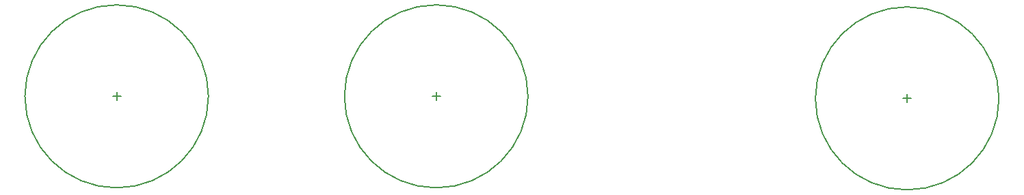
<source format=gbr>
G04 #@! TF.GenerationSoftware,KiCad,Pcbnew,(5.1.4)-1*
G04 #@! TF.CreationDate,2019-10-27T16:09:37+01:00*
G04 #@! TF.ProjectId,JCM800,4a434d38-3030-42e6-9b69-6361645f7063,rev?*
G04 #@! TF.SameCoordinates,Original*
G04 #@! TF.FileFunction,Legend,Bot*
G04 #@! TF.FilePolarity,Positive*
%FSLAX46Y46*%
G04 Gerber Fmt 4.6, Leading zero omitted, Abs format (unit mm)*
G04 Created by KiCad (PCBNEW (5.1.4)-1) date 2019-10-27 16:09:37*
%MOMM*%
%LPD*%
G04 APERTURE LIST*
%ADD10C,0.127000*%
G04 APERTURE END LIST*
D10*
X107569000Y-83186000D02*
X108585000Y-83186000D01*
X108077000Y-82678000D02*
X108077000Y-83694000D01*
X119436200Y-83186000D02*
G75*
G03X119436200Y-83186000I-11359200J0D01*
G01*
X79883200Y-83186000D02*
G75*
G03X79883200Y-83186000I-11359200J0D01*
G01*
X68524000Y-82678000D02*
X68524000Y-83694000D01*
X68016000Y-83186000D02*
X69032000Y-83186000D01*
X165862000Y-83439000D02*
X166878000Y-83439000D01*
X166370000Y-82931000D02*
X166370000Y-83947000D01*
X177729200Y-83439000D02*
G75*
G03X177729200Y-83439000I-11359200J0D01*
G01*
M02*

</source>
